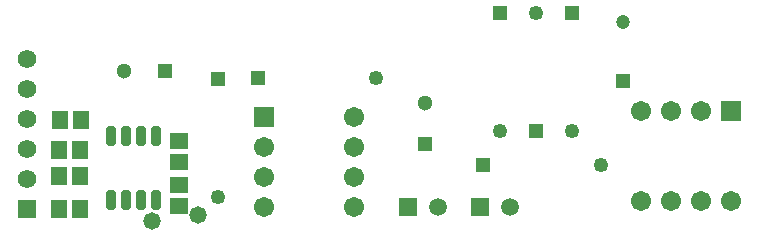
<source format=gts>
G04*
G04 #@! TF.GenerationSoftware,Altium Limited,Altium Designer,23.11.1 (41)*
G04*
G04 Layer_Color=8388736*
%FSLAX25Y25*%
%MOIN*%
G70*
G04*
G04 #@! TF.SameCoordinates,116AF878-A71F-484F-92B7-8D16203D6036*
G04*
G04*
G04 #@! TF.FilePolarity,Negative*
G04*
G01*
G75*
G04:AMPARAMS|DCode=15|XSize=31.62mil|YSize=65.09mil|CornerRadius=6.01mil|HoleSize=0mil|Usage=FLASHONLY|Rotation=180.000|XOffset=0mil|YOffset=0mil|HoleType=Round|Shape=RoundedRectangle|*
%AMROUNDEDRECTD15*
21,1,0.03162,0.05307,0,0,180.0*
21,1,0.01961,0.06509,0,0,180.0*
1,1,0.01202,-0.00980,0.02653*
1,1,0.01202,0.00980,0.02653*
1,1,0.01202,0.00980,-0.02653*
1,1,0.01202,-0.00980,-0.02653*
%
%ADD15ROUNDEDRECTD15*%
%ADD16R,0.05524X0.06312*%
%ADD17R,0.06312X0.05524*%
%ADD18C,0.04921*%
%ADD19R,0.04921X0.04921*%
%ADD20C,0.06706*%
%ADD21R,0.06706X0.06706*%
%ADD22C,0.05918*%
%ADD23R,0.05918X0.05918*%
%ADD24R,0.05118X0.05118*%
%ADD25C,0.05118*%
%ADD26R,0.04724X0.04724*%
%ADD27C,0.04724*%
%ADD28R,0.04921X0.04921*%
%ADD29R,0.06706X0.06706*%
%ADD30R,0.05118X0.05118*%
%ADD31C,0.06181*%
%ADD32R,0.06181X0.06181*%
%ADD33C,0.05800*%
D15*
X137000Y111772D02*
D03*
X142000D02*
D03*
X147000D02*
D03*
X152000D02*
D03*
X137000Y133228D02*
D03*
X142000D02*
D03*
X147000D02*
D03*
X152000D02*
D03*
D16*
X127043Y138500D02*
D03*
X119957D02*
D03*
X126543Y120000D02*
D03*
X119457D02*
D03*
X126543Y109000D02*
D03*
X119457D02*
D03*
X126543Y128500D02*
D03*
X119457D02*
D03*
D17*
X159500Y124457D02*
D03*
Y131543D02*
D03*
X159500Y117043D02*
D03*
Y109957D02*
D03*
D18*
X290500Y134815D02*
D03*
X266500D02*
D03*
X278500Y174185D02*
D03*
X300185Y123500D02*
D03*
X225185Y152500D02*
D03*
X172500Y112815D02*
D03*
D19*
X290500Y174185D02*
D03*
X266500D02*
D03*
X278500Y134815D02*
D03*
X172500Y152185D02*
D03*
D20*
X313500Y111500D02*
D03*
X323500D02*
D03*
X333500D02*
D03*
X343500D02*
D03*
X313500Y141500D02*
D03*
X323500D02*
D03*
X333500D02*
D03*
X188000Y129500D02*
D03*
Y119500D02*
D03*
Y109500D02*
D03*
X218000Y139500D02*
D03*
Y129500D02*
D03*
Y119500D02*
D03*
Y109500D02*
D03*
D21*
X343500Y141500D02*
D03*
D22*
X270000Y109500D02*
D03*
X246000D02*
D03*
D23*
X260000D02*
D03*
X236000D02*
D03*
D24*
X241500Y130610D02*
D03*
D25*
Y144390D02*
D03*
X141110Y155000D02*
D03*
D26*
X307500Y151657D02*
D03*
D27*
Y171343D02*
D03*
D28*
X260815Y123500D02*
D03*
X185815Y152500D02*
D03*
D29*
X188000Y139500D02*
D03*
D30*
X154890Y155000D02*
D03*
D31*
X109000Y159000D02*
D03*
Y149000D02*
D03*
Y139000D02*
D03*
Y129000D02*
D03*
Y119000D02*
D03*
D32*
Y109000D02*
D03*
D33*
X150500Y105000D02*
D03*
X166000Y107000D02*
D03*
M02*

</source>
